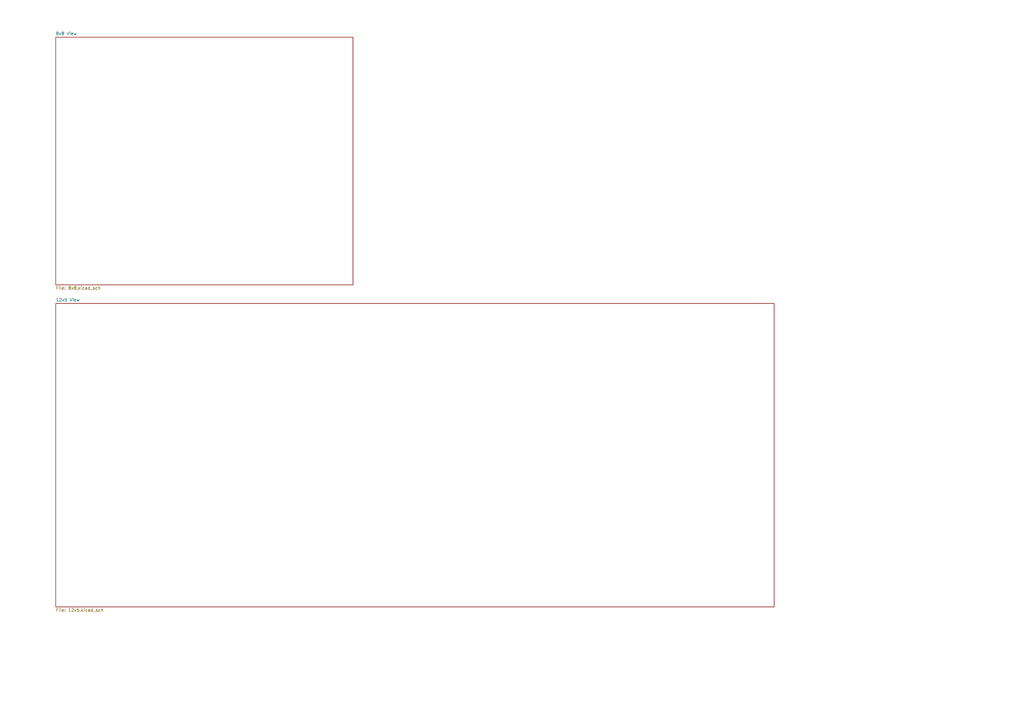
<source format=kicad_sch>
(kicad_sch
	(version 20250114)
	(generator "eeschema")
	(generator_version "9.0")
	(uuid "baa9410a-5efc-4c40-ba5b-84cff0add888")
	(paper "A3")
	(title_block
		(title "Side-by-Side View")
	)
	(lib_symbols)
	(sheet
		(at 22.86 15.24)
		(size 121.92 101.6)
		(exclude_from_sim no)
		(in_bom yes)
		(on_board yes)
		(dnp no)
		(fields_autoplaced yes)
		(stroke
			(width 0.1524)
			(type solid)
		)
		(fill
			(color 0 0 0 0.0000)
		)
		(uuid "05930f29-8464-40ea-8230-c6405d112b9e")
		(property "Sheetname" "8x8 View"
			(at 22.86 14.5284 0)
			(effects
				(font
					(size 1.27 1.27)
				)
				(justify left bottom)
			)
		)
		(property "Sheetfile" "8x8.kicad_sch"
			(at 22.86 117.4246 0)
			(effects
				(font
					(size 1.27 1.27)
				)
				(justify left top)
			)
		)
		(instances
			(project "keyboard_8x8"
				(path "/baa9410a-5efc-4c40-ba5b-84cff0add888"
					(page "2")
				)
			)
		)
	)
	(sheet
		(at 22.86 124.46)
		(size 294.64 124.46)
		(exclude_from_sim no)
		(in_bom yes)
		(on_board yes)
		(dnp no)
		(fields_autoplaced yes)
		(stroke
			(width 0.1524)
			(type solid)
		)
		(fill
			(color 0 0 0 0.0000)
		)
		(uuid "085aaea4-2545-4c0f-b754-7a24f861b193")
		(property "Sheetname" "12x5 View"
			(at 22.86 123.7484 0)
			(effects
				(font
					(size 1.27 1.27)
				)
				(justify left bottom)
			)
		)
		(property "Sheetfile" "12x5.kicad_sch"
			(at 22.86 249.5046 0)
			(effects
				(font
					(size 1.27 1.27)
				)
				(justify left top)
			)
		)
		(instances
			(project "keyboard_8x8"
				(path "/baa9410a-5efc-4c40-ba5b-84cff0add888"
					(page "3")
				)
			)
		)
	)
	(sheet_instances
		(path "/"
			(page "1")
		)
	)
	(embedded_fonts no)
)

</source>
